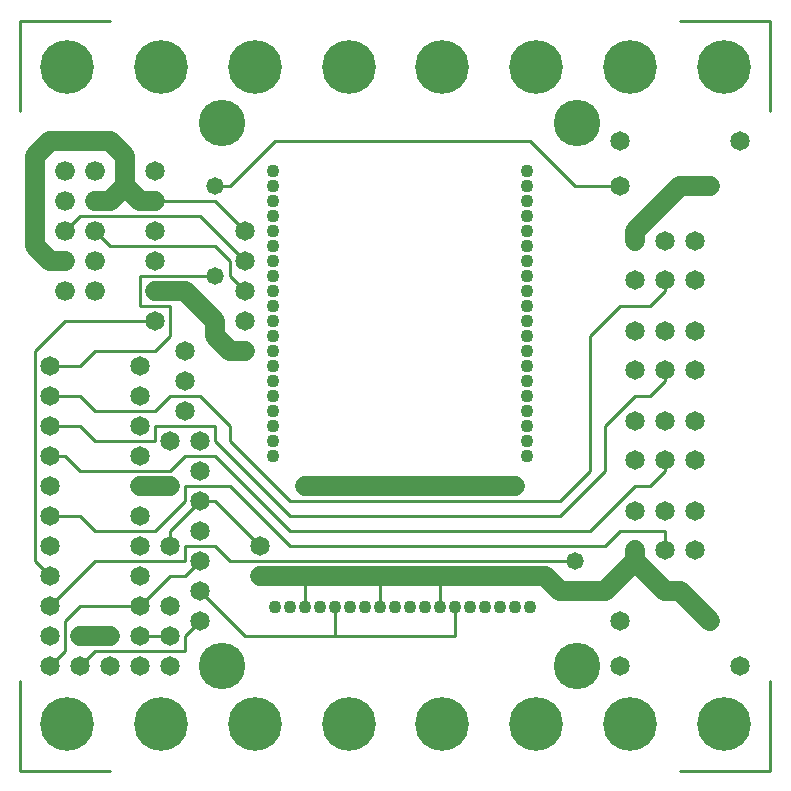
<source format=gbl>
%MOIN*%
%FSLAX25Y25*%
G04 D10 used for Character Trace; *
G04     Circle (OD=.01000) (No hole)*
G04 D11 used for Power Trace; *
G04     Circle (OD=.06500) (No hole)*
G04 D12 used for Signal Trace; *
G04     Circle (OD=.01100) (No hole)*
G04 D13 used for Via; *
G04     Circle (OD=.05800) (Round. Hole ID=.02800)*
G04 D14 used for Component hole; *
G04     Circle (OD=.06500) (Round. Hole ID=.03500)*
G04 D15 used for Component hole; *
G04     Circle (OD=.06600) (Round. Hole ID=.04200)*
G04 D16 used for Component hole; *
G04     Circle (OD=.08200) (Round. Hole ID=.05200)*
G04 D17 used for Component hole; *
G04     Circle (OD=.09000) (Round. Hole ID=.06000)*
G04 D18 used for Component hole; *
G04     Circle (OD=.11600) (Round. Hole ID=.08600)*
G04 D19 used for Component hole; *
G04     Circle (OD=.15500) (Round. Hole ID=.12500)*
G04 D20 used for Component hole; *
G04     Circle (OD=.04300) (Round. Hole ID=.03300)*
G04 D21 used for Component hole; *
G04     Circle (OD=.17900) (Round. Hole ID=.14900)*
%ADD10C,.01000*%
%ADD11C,.06500*%
%ADD12C,.01100*%
%ADD13C,.05800*%
%ADD14C,.06500*%
%ADD15C,.06600*%
%ADD16C,.08200*%
%ADD17C,.09000*%
%ADD18C,.11600*%
%ADD19C,.15500*%
%ADD20C,.04300*%
%ADD21C,.17900*%
%IPPOS*%
%LPD*%
G90*X0Y0D02*D21*X15625Y15625D03*D12*X0Y0D02*      
X30000D01*X0D02*Y30000D01*D14*X10000Y35000D03*D12*
X15000Y40000D01*Y50000D01*X20000Y55000D01*        
X40000D01*D14*D03*D12*X50000Y65000D01*X55000D01*  
X60000Y70000D01*D14*D03*D12*X70000D02*            
X65000Y75000D01*X70000Y70000D02*X185000D01*D13*   
D03*D11*X180000Y60000D02*X195000D01*X180000D02*   
X175000Y65000D01*X140000D01*D13*D03*D12*Y54400D01*
D20*D03*X145000D03*D12*Y45000D01*X105000D01*      
X75000D01*X60000Y60000D01*D14*D03*Y50000D03*D12*  
X55000Y45000D01*Y40000D01*X25000D01*              
X20000Y35000D01*D14*D03*X30000Y45000D03*D11*      
X20000D01*D14*D03*X30000Y35000D03*X10000Y55000D03*
D12*X25000Y70000D01*X55000D01*Y75000D01*X65000D01*
D14*X60000Y80000D03*X80000Y65000D03*D11*X95000D01*
D12*Y54400D01*D20*D03*X100000D03*X90000D03*D12*   
X105000Y45000D02*Y54400D01*D20*D03*X110000D03*D11*
X95000Y65000D02*X120000D01*D12*Y54400D01*D20*D03* 
X125000D03*X115000D03*X130000D03*D11*             
X120000Y65000D02*X140000D01*D20*X150000Y54400D03* 
X135000D03*X155000D03*X160000D03*X165000D03*D13*  
Y95000D03*D11*X95000D01*D13*D03*D12*              
X90000Y90000D02*X180000D01*X190000Y100000D01*     
Y145000D01*X200000Y155000D01*X210000D01*          
X215000Y160000D01*Y163500D01*D14*D03*             
X225000Y176500D03*X205000D03*D11*Y180000D01*      
X220000Y195000D01*X230000D01*D14*D03*             
X240000Y210000D03*X215000Y176500D03*D12*          
X250000Y220000D02*Y250000D01*X220000D01*D21*      
X234375Y234375D03*X203125D03*D19*                 
X185400Y215700D03*D14*X200000Y210000D03*D20*      
X168800Y200000D03*D21*X171875Y234375D03*D12*      
X185000Y195000D02*X170000Y210000D01*              
X185000Y195000D02*X200000D01*D14*D03*D20*         
X168800Y165000D03*D12*X85000Y210000D02*X170000D01*
X70000Y195000D02*X85000Y210000D01*                
X65000Y195000D02*X70000D01*D13*X65000D03*D12*     
X75000Y180000D02*X65000Y190000D01*D14*            
X75000Y180000D03*D20*X84200Y170000D03*Y190000D03* 
D12*X45000D02*X65000D01*D14*X45000D03*D11*        
X40000D01*X35000Y195000D01*X30000Y190000D01*      
X25000D01*D15*D03*D12*X15000Y180000D02*           
X20000Y185000D01*D15*X15000Y180000D03*D12*        
X20000Y185000D02*X60000D01*X75000Y170000D01*D14*  
D03*D12*Y160000D02*X70000Y165000D01*D14*          
X75000Y160000D03*D12*X70000Y165000D02*Y170000D01* 
X65000Y175000D01*X30000D01*X25000Y180000D01*D15*  
D03*X15000Y190000D03*Y170000D03*D11*X10000D01*    
X5000Y175000D01*Y205000D01*X10000Y210000D01*      
X30000D01*X35000Y205000D01*Y195000D01*D15*        
X25000Y200000D03*D14*X45000D03*Y180000D03*D15*    
X15000Y200000D03*X25000Y170000D03*D14*X45000D03*  
D13*X65000Y165000D03*D12*X40000D01*Y155000D01*    
X50000D01*Y145000D01*X45000Y140000D01*X25000D01*  
X20000Y135000D01*X10000D01*D14*D03*D12*           
X5000Y70000D02*Y140000D01*X10000Y65000D02*        
X5000Y70000D01*D14*X10000Y65000D03*Y75000D03*D12* 
X25000Y80000D02*X45000D01*X55000Y90000D01*        
Y95000D01*X70000D01*X90000Y75000D01*X195000D01*   
X200000Y80000D01*X215000D01*Y73500D01*D14*D03*    
X225000Y86500D03*X205000D03*X225000Y73500D03*     
X215000Y86500D03*X205000Y73500D03*D11*Y70000D01*  
X195000Y60000D01*X215000D02*X205000Y70000D01*     
X215000Y60000D02*X220000D01*X230000Y50000D01*D14* 
D03*X240000Y35000D03*D12*X250000Y0D02*Y30000D01*  
X220000Y0D02*X250000D01*D21*X234375Y15625D03*     
X203125D03*D19*X185400Y34700D03*D14*              
X200000Y35000D03*D21*X171875Y15625D03*D14*        
X200000Y50000D03*D20*X170000Y54400D03*D21*        
X140625Y15625D03*D12*X90000Y80000D02*X190000D01*  
X90000D02*X65000Y105000D01*X55000D01*             
X50000Y100000D01*X20000D01*X15000Y105000D01*      
X10000D01*D14*D03*D12*X25000Y110000D02*           
X20000Y115000D01*X25000Y110000D02*X45000D01*      
Y115000D01*X65000D01*Y110000D01*X90000Y85000D01*  
X180000D01*X195000Y100000D01*Y115000D01*          
X205000Y125000D01*X210000D01*X215000Y130000D01*   
Y133500D01*D14*D03*X225000Y146500D03*X205000D03*  
X225000Y133500D03*X215000Y146500D03*              
X205000Y133500D03*Y116500D03*X215000D03*          
X225000D03*Y163500D03*X205000Y103500D03*          
X215000D03*D12*Y100000D01*X210000Y95000D01*       
X205000D01*X190000Y80000D01*D20*X168800Y105000D03*
Y110000D03*Y115000D03*D14*X225000Y103500D03*D20*  
X168800Y120000D03*Y125000D03*Y130000D03*          
Y135000D03*Y140000D03*Y145000D03*Y150000D03*      
Y155000D03*Y160000D03*D21*X109375Y15625D03*D14*   
X205000Y163500D03*D20*X168800Y170000D03*          
Y175000D03*D12*X90000Y90000D02*X70000Y110000D01*  
Y115000D01*X60000Y125000D01*X50000D01*            
X45000Y120000D01*X25000D01*X20000Y125000D01*      
X10000D01*D14*D03*D12*Y115000D02*X20000D01*D14*   
X10000D03*Y95000D03*D12*X5000Y140000D02*          
X15000Y150000D01*X45000D01*D14*D03*               
X55000Y140000D03*D11*X65000Y150000D02*            
X55000Y160000D01*X65000Y145000D02*Y150000D01*     
X70000Y140000D02*X65000Y145000D01*                
X70000Y140000D02*X75000D01*D13*D03*D20*           
X84200Y130000D03*Y150000D03*Y135000D03*Y140000D03*
D14*X75000Y150000D03*D20*X84200Y145000D03*        
Y155000D03*Y125000D03*D11*X45000Y160000D02*       
X55000D01*D14*X45000D03*D15*X25000D03*D14*        
X40000Y135000D03*D15*X15000Y160000D03*D14*        
X55000Y130000D03*X40000Y125000D03*D20*            
X84200Y120000D03*Y200000D03*Y160000D03*Y165000D03*
D14*X55000Y120000D03*D20*X84200Y175000D03*        
Y180000D03*Y185000D03*Y195000D03*D14*             
X40000Y115000D03*D20*X84200D03*D14*               
X50000Y110000D03*X60000D03*D20*X84200D03*D19*     
X67300Y215700D03*D14*X40000Y105000D03*D20*        
X84200D03*D14*X60000Y100000D03*D12*X0Y220000D02*  
Y250000D01*X30000D01*D21*X46875Y234375D03*        
X15625D03*X78125D03*X109375D03*X140625D03*D20*    
X168800Y180000D03*Y185000D03*Y190000D03*          
Y195000D03*D14*X40000Y95000D03*D11*X50000D01*D14* 
D03*X40000Y85000D03*X60000Y90000D03*D12*          
X50000Y80000D01*Y75000D01*D14*D03*X40000Y65000D03*
Y75000D03*D12*X80000D02*X65000Y90000D01*D14*      
X80000Y75000D03*D12*X60000Y90000D02*X65000D01*D14*
X50000Y55000D03*D12*X25000Y80000D02*              
X20000Y85000D01*X10000D01*D14*D03*X50000Y45000D03*
D12*X40000D01*D14*D03*X50000Y35000D03*X40000D03*  
D19*X67300Y34700D03*D14*X10000Y45000D03*D21*      
X46875Y15625D03*X78125D03*D20*X85000Y54400D03*M02*

</source>
